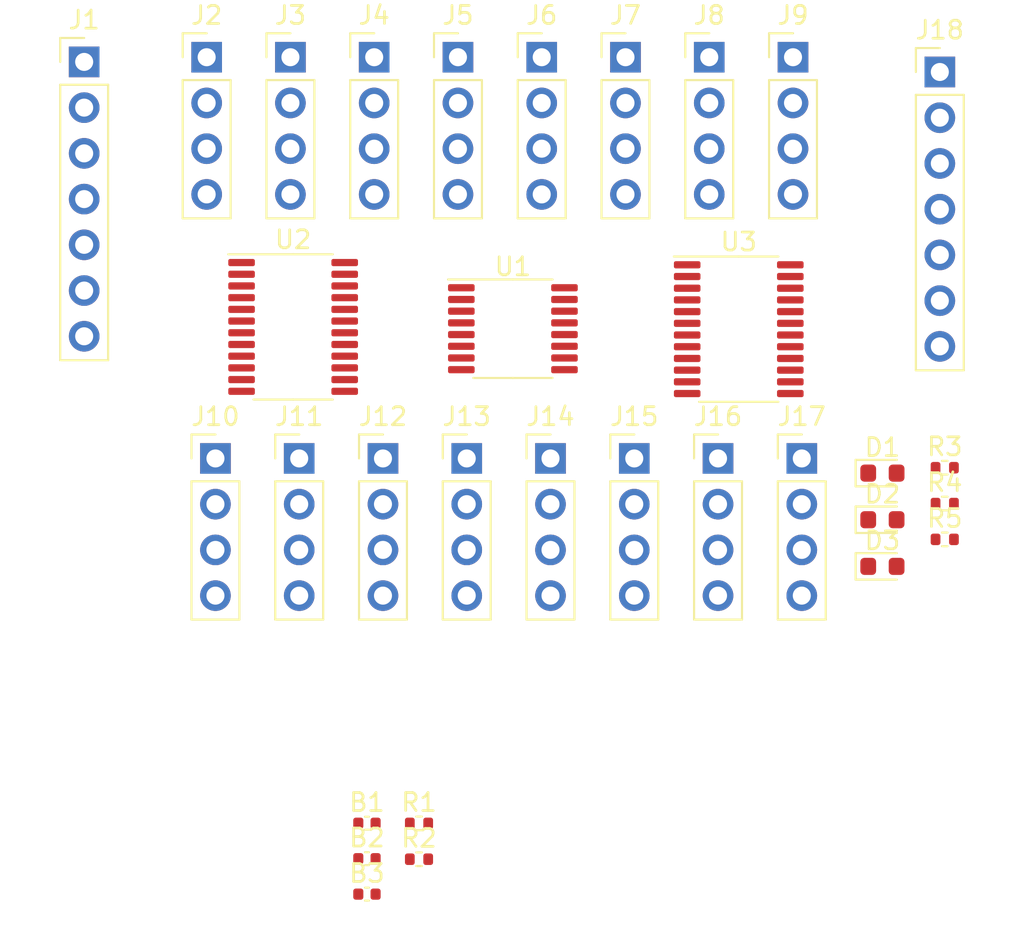
<source format=kicad_pcb>
(kicad_pcb (version 20221018) (generator pcbnew)
  (layers (0 "F.Cu" signal) (31 "B.Cu" signal) (34 "B.Paste" user) (35 "F.Paste" user) (36 "B.SilkS" user "B.Silkscreen") (37 "F.SilkS" user "F.Silkscreen") (38 "B.Mask" user) (39 "F.Mask" user) (44 "Edge.Cuts" user))
  (net 0 "")
  (net 1 "GND")
  (net 2 "/SD0B")
  (net 3 "/SB0B")
  (net 4 "/SD0A")
  (net 5 "/SB0A")
  (net 6 "/SD1B")
  (net 7 "/SB1B")
  (net 8 "/SD1A")
  (net 9 "/SB1A")
  (net 10 "/SD2B")
  (net 11 "/SB2B")
  (net 12 "/SD2A")
  (net 13 "/SB2A")
  (net 14 "/SD3B")
  (net 15 "/SB3B")
  (net 16 "/SD3A")
  (net 17 "/SB3A")
  (net 18 "/SD4B")
  (net 19 "/SB4B")
  (net 20 "/SD4A")
  (net 21 "/SB4A")
  (net 22 "/SD5B")
  (net 23 "/SB5B")
  (net 24 "/SD5A")
  (net 25 "/SB5A")
  (net 26 "/SD6B")
  (net 27 "/SB6B")
  (net 28 "/SD6A")
  (net 29 "/SB6A")
  (net 30 "/SD7B")
  (net 31 "/SB7B")
  (net 32 "/SD7A")
  (net 33 "/SB7A")
  (net 34 "/SOUT")
  (net 35 "/SIN")
  (net 36 "Net-(U1-QB)")
  (net 37 "Net-(U1-QC)")
  (net 38 "Net-(U1-QE)")
  (net 39 "Net-(U1-QF)")
  (net 40 "Net-(U1-QG)")
  (net 41 "Net-(U1-QA)")
  (net 42 "/VCC")
  (net 43 "/CLK")
  (net 44 "/RCLK")
  (net 45 "/SCL")
  (net 46 "/SDA")
  (net 47 "Net-(D1-K)")
  (net 48 "Net-(D2-K)")
  (net 49 "/ENA")
  (net 50 "Net-(D3-K)")
  (net 51 "/ENB")
  (footprint "LED_SMD:LED_0603_1608Metric" (layer "F.Cu") (at 82.1125 44.3)
    (fp_text reference "D3" (at 0 -1.43) (layer "F.SilkS"))
    (fp_text value "LED")
    (fp_line (start -1.485 -0.735) (end -1.485 0.735) (stroke (width 0.12)) (layer "F.SilkS"))
    (fp_line (start -1.485 0.735) (end 0.8 0.735) (stroke (width 0.12)) (layer "F.SilkS"))
    (fp_line (start 0.8 -0.735) (end -1.485 -0.735) (stroke (width 0.12)) (layer "F.SilkS"))
    (pad "1" smd roundrect (at -0.7875 0) (size 0.875 0.95) (layers "F.Cu" "F.Paste" "F.Mask") (net 50 "Net-(D3-K)"))
    (pad "2" smd roundrect (at 0.7875 0) (size 0.875 0.95) (layers "F.Cu" "F.Paste" "F.Mask") (net 51 "/ENB"))
  )
  (footprint "LED_SMD:LED_0603_1608Metric" (layer "F.Cu") (at 82.1125 39.12)
    (fp_text reference "D1" (at 0 -1.43) (layer "F.SilkS"))
    (fp_text value "LED")
    (fp_line (start -1.485 -0.735) (end -1.485 0.735) (stroke (width 0.12)) (layer "F.SilkS"))
    (fp_line (start -1.485 0.735) (end 0.8 0.735) (stroke (width 0.12)) (layer "F.SilkS"))
    (fp_line (start 0.8 -0.735) (end -1.485 -0.735) (stroke (width 0.12)) (layer "F.SilkS"))
    (pad "1" smd roundrect (at -0.7875 0) (size 0.875 0.95) (layers "F.Cu" "F.Paste" "F.Mask") (net 47 "Net-(D1-K)"))
    (pad "2" smd roundrect (at 0.7875 0) (size 0.875 0.95) (layers "F.Cu" "F.Paste" "F.Mask") (net 42 "/VCC"))
  )
  (footprint "Connector_PinHeader_2.54mm:PinHeader_1x04_P2.54mm_Vertical" (layer "F.Cu") (at 53.9 16.02)
    (fp_text reference "J4" (at 0 -2.33) (layer "F.SilkS"))
    (fp_text value "Bonn_01x04")
    (fp_line (start -1.33 -1.33) (end 0 -1.33) (stroke (width 0.12)) (layer "F.SilkS"))
    (fp_line (start -1.33 0) (end -1.33 -1.33) (stroke (width 0.12)) (layer "F.SilkS"))
    (fp_line (start -1.33 1.27) (end -1.33 8.95) (stroke (width 0.12)) (layer "F.SilkS"))
    (fp_line (start -1.33 1.27) (end 1.33 1.27) (stroke (width 0.12)) (layer "F.SilkS"))
    (fp_line (start -1.33 8.95) (end 1.33 8.95) (stroke (width 0.12)) (layer "F.SilkS"))
    (fp_line (start 1.33 1.27) (end 1.33 8.95) (stroke (width 0.12)) (layer "F.SilkS"))
    (pad "1" thru_hole rect (at 0 0) (size 1.7 1.7) (drill 1) (layers "*.Cu" "*.Mask") (net 42 "/VCC"))
    (pad "2" thru_hole oval (at 0 2.54) (size 1.7 1.7) (drill 1) (layers "*.Cu" "*.Mask") (net 1 "GND"))
    (pad "3" thru_hole oval (at 0 5.08) (size 1.7 1.7) (drill 1) (layers "*.Cu" "*.Mask") (net 12 "/SD2A"))
    (pad "4" thru_hole oval (at 0 7.62) (size 1.7 1.7) (drill 1) (layers "*.Cu" "*.Mask") (net 13 "/SB2A"))
  )
  (footprint "Package_SO:TSSOP-24_4.4x7.8mm_P0.65mm" (layer "F.Cu") (at 49.4 31)
    (fp_text reference "U2" (at 0 -4.85) (layer "F.SilkS"))
    (fp_text value "TBB9548BPWR")
    (fp_line (start 0 -4.035) (end -3.6 -4.035) (stroke (width 0.12)) (layer "F.SilkS"))
    (fp_line (start 0 -4.035) (end 2.2 -4.035) (stroke (width 0.12)) (layer "F.SilkS"))
    (fp_line (start 0 4.035) (end -2.2 4.035) (stroke (width 0.12)) (layer "F.SilkS"))
    (fp_line (start 0 4.035) (end 2.2 4.035) (stroke (width 0.12)) (layer "F.SilkS"))
    (pad "1" smd roundrect (at -2.8625 -3.575) (size 1.475 0.4) (layers "F.Cu" "F.Paste" "F.Mask") (net 37 "Net-(U1-QC)"))
    (pad "2" smd roundrect (at -2.8625 -2.925) (size 1.475 0.4) (layers "F.Cu" "F.Paste" "F.Mask") (net 36 "Net-(U1-QB)"))
    (pad "3" smd roundrect (at -2.8625 -2.275) (size 1.475 0.4) (layers "F.Cu" "F.Paste" "F.Mask") (net 51 "/ENB"))
    (pad "4" smd roundrect (at -2.8625 -1.625) (size 1.475 0.4) (layers "F.Cu" "F.Paste" "F.Mask") (net 2 "/SD0B"))
    (pad "5" smd roundrect (at -2.8625 -0.975) (size 1.475 0.4) (layers "F.Cu" "F.Paste" "F.Mask") (net 3 "/SB0B"))
    (pad "6" smd roundrect (at -2.8625 -0.325) (size 1.475 0.4) (layers "F.Cu" "F.Paste" "F.Mask") (net 6 "/SD1B"))
    (pad "7" smd roundrect (at -2.8625 0.325) (size 1.475 0.4) (layers "F.Cu" "F.Paste" "F.Mask") (net 7 "/SB1B"))
    (pad "8" smd roundrect (at -2.8625 0.975) (size 1.475 0.4) (layers "F.Cu" "F.Paste" "F.Mask") (net 10 "/SD2B"))
    (pad "9" smd roundrect (at -2.8625 1.625) (size 1.475 0.4) (layers "F.Cu" "F.Paste" "F.Mask") (net 11 "/SB2B"))
    (pad "10" smd roundrect (at -2.8625 2.275) (size 1.475 0.4) (layers "F.Cu" "F.Paste" "F.Mask") (net 14 "/SD3B"))
    (pad "11" smd roundrect (at -2.8625 2.925) (size 1.475 0.4) (layers "F.Cu" "F.Paste" "F.Mask") (net 15 "/SB3B"))
    (pad "12" smd roundrect (at -2.8625 3.575) (size 1.475 0.4) (layers "F.Cu" "F.Paste" "F.Mask") (net 1 "GND"))
    (pad "13" smd roundrect (at 2.8625 3.575) (size 1.475 0.4) (layers "F.Cu" "F.Paste" "F.Mask") (net 18 "/SD4B"))
    (pad "14" smd roundrect (at 2.8625 2.925) (size 1.475 0.4) (layers "F.Cu" "F.Paste" "F.Mask") (net 19 "/SB4B"))
    (pad "15" smd roundrect (at 2.8625 2.275) (size 1.475 0.4) (layers "F.Cu" "F.Paste" "F.Mask") (net 22 "/SD5B"))
    (pad "16" smd roundrect (at 2.8625 1.625) (size 1.475 0.4) (layers "F.Cu" "F.Paste" "F.Mask") (net 23 "/SB5B"))
    (pad "17" smd roundrect (at 2.8625 0.975) (size 1.475 0.4) (layers "F.Cu" "F.Paste" "F.Mask") (net 26 "/SD6B"))
    (pad "18" smd roundrect (at 2.8625 0.325) (size 1.475 0.4) (layers "F.Cu" "F.Paste" "F.Mask") (net 27 "/SB6B"))
    (pad "19" smd roundrect (at 2.8625 -0.325) (size 1.475 0.4) (layers "F.Cu" "F.Paste" "F.Mask") (net 30 "/SD7B"))
    (pad "20" smd roundrect (at 2.8625 -0.975) (size 1.475 0.4) (layers "F.Cu" "F.Paste" "F.Mask") (net 31 "/SB7B"))
    (pad "21" smd roundrect (at 2.8625 -1.625) (size 1.475 0.4) (layers "F.Cu" "F.Paste" "F.Mask") (net 41 "Net-(U1-QA)"))
    (pad "22" smd roundrect (at 2.8625 -2.275) (size 1.475 0.4) (layers "F.Cu" "F.Paste" "F.Mask") (net 45 "/SCL"))
    (pad "23" smd roundrect (at 2.8625 -2.925) (size 1.475 0.4) (layers "F.Cu" "F.Paste" "F.Mask") (net 46 "/SDA"))
    (pad "24" smd roundrect (at 2.8625 -3.575) (size 1.475 0.4) (layers "F.Cu" "F.Paste" "F.Mask") (net 42 "/VCC"))
  )
  (footprint "Connector_PinHeader_2.54mm:PinHeader_1x04_P2.54mm_Vertical" (layer "F.Cu") (at 68.3375 38.305)
    (fp_text reference "J15" (at 0 -2.33) (layer "F.SilkS"))
    (fp_text value "Bonn_01x04")
    (fp_line (start -1.33 -1.33) (end 0 -1.33) (stroke (width 0.12)) (layer "F.SilkS"))
    (fp_line (start -1.33 0) (end -1.33 -1.33) (stroke (width 0.12)) (layer "F.SilkS"))
    (fp_line (start -1.33 1.27) (end -1.33 8.95) (stroke (width 0.12)) (layer "F.SilkS"))
    (fp_line (start -1.33 1.27) (end 1.33 1.27) (stroke (width 0.12)) (layer "F.SilkS"))
    (fp_line (start -1.33 8.95) (end 1.33 8.95) (stroke (width 0.12)) (layer "F.SilkS"))
    (fp_line (start 1.33 1.27) (end 1.33 8.95) (stroke (width 0.12)) (layer "F.SilkS"))
    (pad "1" thru_hole rect (at 0 0) (size 1.7 1.7) (drill 1) (layers "*.Cu" "*.Mask") (net 42 "/VCC"))
    (pad "2" thru_hole oval (at 0 2.54) (size 1.7 1.7) (drill 1) (layers "*.Cu" "*.Mask") (net 1 "GND"))
    (pad "3" thru_hole oval (at 0 5.08) (size 1.7 1.7) (drill 1) (layers "*.Cu" "*.Mask") (net 22 "/SD5B"))
    (pad "4" thru_hole oval (at 0 7.62) (size 1.7 1.7) (drill 1) (layers "*.Cu" "*.Mask") (net 23 "/SB5B"))
  )
  (footprint "Resistor_SMD:R_0402_1005Metric" (layer "F.Cu") (at 85.5725 38.82)
    (fp_text reference "R3" (at 0 -1.17) (layer "F.SilkS"))
    (fp_text value "500")
    (fp_line (start -0.153641 -0.38) (end 0.153641 -0.38) (stroke (width 0.12)) (layer "F.SilkS"))
    (fp_line (start -0.153641 0.38) (end 0.153641 0.38) (stroke (width 0.12)) (layer "F.SilkS"))
    (pad "1" smd roundrect (at -0.51 0) (size 0.54 0.64) (layers "F.Cu" "F.Paste" "F.Mask") (net 47 "Net-(D1-K)"))
    (pad "2" smd roundrect (at 0.51 0) (size 0.54 0.64) (layers "F.Cu" "F.Paste" "F.Mask") (net 1 "GND"))
  )
  (footprint "Connector_PinHeader_2.54mm:PinHeader_1x04_P2.54mm_Vertical" (layer "F.Cu") (at 72.5 16.02)
    (fp_text reference "J8" (at 0 -2.33) (layer "F.SilkS"))
    (fp_text value "Bonn_01x04")
    (fp_line (start -1.33 -1.33) (end 0 -1.33) (stroke (width 0.12)) (layer "F.SilkS"))
    (fp_line (start -1.33 0) (end -1.33 -1.33) (stroke (width 0.12)) (layer "F.SilkS"))
    (fp_line (start -1.33 1.27) (end -1.33 8.95) (stroke (width 0.12)) (layer "F.SilkS"))
    (fp_line (start -1.33 1.27) (end 1.33 1.27) (stroke (width 0.12)) (layer "F.SilkS"))
    (fp_line (start -1.33 8.95) (end 1.33 8.95) (stroke (width 0.12)) (layer "F.SilkS"))
    (fp_line (start 1.33 1.27) (end 1.33 8.95) (stroke (width 0.12)) (layer "F.SilkS"))
    (pad "1" thru_hole rect (at 0 0) (size 1.7 1.7) (drill 1) (layers "*.Cu" "*.Mask") (net 42 "/VCC"))
    (pad "2" thru_hole oval (at 0 2.54) (size 1.7 1.7) (drill 1) (layers "*.Cu" "*.Mask") (net 1 "GND"))
    (pad "3" thru_hole oval (at 0 5.08) (size 1.7 1.7) (drill 1) (layers "*.Cu" "*.Mask") (net 28 "/SD6A"))
    (pad "4" thru_hole oval (at 0 7.62) (size 1.7 1.7) (drill 1) (layers "*.Cu" "*.Mask") (net 29 "/SB6A"))
  )
  (footprint "Resistor_SMD:R_0402_1005Metric" (layer "F.Cu") (at 85.5725 42.8)
    (fp_text reference "R5" (at 0 -1.17) (layer "F.SilkS"))
    (fp_text value "500")
    (fp_line (start -0.153641 -0.38) (end 0.153641 -0.38) (stroke (width 0.12)) (layer "F.SilkS"))
    (fp_line (start -0.153641 0.38) (end 0.153641 0.38) (stroke (width 0.12)) (layer "F.SilkS"))
    (pad "1" smd roundrect (at -0.51 0) (size 0.54 0.64) (layers "F.Cu" "F.Paste" "F.Mask") (net 50 "Net-(D3-K)"))
    (pad "2" smd roundrect (at 0.51 0) (size 0.54 0.64) (layers "F.Cu" "F.Paste" "F.Mask") (net 1 "GND"))
  )
  (footprint "Connector_PinHeader_2.54mm:PinHeader_1x04_P2.54mm_Vertical" (layer "F.Cu") (at 49.7375 38.305)
    (fp_text reference "J11" (at 0 -2.33) (layer "F.SilkS"))
    (fp_text value "Bonn_01x04")
    (fp_line (start -1.33 -1.33) (end 0 -1.33) (stroke (width 0.12)) (layer "F.SilkS"))
    (fp_line (start -1.33 0) (end -1.33 -1.33) (stroke (width 0.12)) (layer "F.SilkS"))
    (fp_line (start -1.33 1.27) (end -1.33 8.95) (stroke (width 0.12)) (layer "F.SilkS"))
    (fp_line (start -1.33 1.27) (end 1.33 1.27) (stroke (width 0.12)) (layer "F.SilkS"))
    (fp_line (start -1.33 8.95) (end 1.33 8.95) (stroke (width 0.12)) (layer "F.SilkS"))
    (fp_line (start 1.33 1.27) (end 1.33 8.95) (stroke (width 0.12)) (layer "F.SilkS"))
    (pad "1" thru_hole rect (at 0 0) (size 1.7 1.7) (drill 1) (layers "*.Cu" "*.Mask") (net 42 "/VCC"))
    (pad "2" thru_hole oval (at 0 2.54) (size 1.7 1.7) (drill 1) (layers "*.Cu" "*.Mask") (net 1 "GND"))
    (pad "3" thru_hole oval (at 0 5.08) (size 1.7 1.7) (drill 1) (layers "*.Cu" "*.Mask") (net 6 "/SD1B"))
    (pad "4" thru_hole oval (at 0 7.62) (size 1.7 1.7) (drill 1) (layers "*.Cu" "*.Mask") (net 7 "/SB1B"))
  )
  (footprint "Resistor_SMD:R_0402_1005Metric" (layer "F.Cu") (at 56.3875 60.565)
    (fp_text reference "R2" (at 0 -1.17) (layer "F.SilkS"))
    (fp_text value "1.2K")
    (fp_line (start -0.153641 -0.38) (end 0.153641 -0.38) (stroke (width 0.12)) (layer "F.SilkS"))
    (fp_line (start -0.153641 0.38) (end 0.153641 0.38) (stroke (width 0.12)) (layer "F.SilkS"))
    (pad "1" smd roundrect (at -0.51 0) (size 0.54 0.64) (layers "F.Cu" "F.Paste" "F.Mask") (net 45 "/SCL"))
    (pad "2" smd roundrect (at 0.51 0) (size 0.54 0.64) (layers "F.Cu" "F.Paste" "F.Mask") (net 42 "/VCC"))
  )
  (footprint "Connector_PinHeader_2.54mm:PinHeader_1x04_P2.54mm_Vertical" (layer "F.Cu") (at 58.55 16.02)
    (fp_text reference "J5" (at 0 -2.33) (layer "F.SilkS"))
    (fp_text value "Bonn_01x04")
    (fp_line (start -1.33 -1.33) (end 0 -1.33) (stroke (width 0.12)) (layer "F.SilkS"))
    (fp_line (start -1.33 0) (end -1.33 -1.33) (stroke (width 0.12)) (layer "F.SilkS"))
    (fp_line (start -1.33 1.27) (end -1.33 8.95) (stroke (width 0.12)) (layer "F.SilkS"))
    (fp_line (start -1.33 1.27) (end 1.33 1.27) (stroke (width 0.12)) (layer "F.SilkS"))
    (fp_line (start -1.33 8.95) (end 1.33 8.95) (stroke (width 0.12)) (layer "F.SilkS"))
    (fp_line (start 1.33 1.27) (end 1.33 8.95) (stroke (width 0.12)) (layer "F.SilkS"))
    (pad "1" thru_hole rect (at 0 0) (size 1.7 1.7) (drill 1) (layers "*.Cu" "*.Mask") (net 42 "/VCC"))
    (pad "2" thru_hole oval (at 0 2.54) (size 1.7 1.7) (drill 1) (layers "*.Cu" "*.Mask") (net 1 "GND"))
    (pad "3" thru_hole oval (at 0 5.08) (size 1.7 1.7) (drill 1) (layers "*.Cu" "*.Mask") (net 16 "/SD3A"))
    (pad "4" thru_hole oval (at 0 7.62) (size 1.7 1.7) (drill 1) (layers "*.Cu" "*.Mask") (net 17 "/SB3A"))
  )
  (footprint "Connector_PinHeader_2.54mm:PinHeader_1x04_P2.54mm_Vertical" (layer "F.Cu") (at 44.6 16.02)
    (fp_text reference "J2" (at 0 -2.33) (layer "F.SilkS"))
    (fp_text value "Bonn_01x04")
    (fp_line (start -1.33 -1.33) (end 0 -1.33) (stroke (width 0.12)) (layer "F.SilkS"))
    (fp_line (start -1.33 0) (end -1.33 -1.33) (stroke (width 0.12)) (layer "F.SilkS"))
    (fp_line (start -1.33 1.27) (end -1.33 8.95) (stroke (width 0.12)) (layer "F.SilkS"))
    (fp_line (start -1.33 1.27) (end 1.33 1.27) (stroke (width 0.12)) (layer "F.SilkS"))
    (fp_line (start -1.33 8.95) (end 1.33 8.95) (stroke (width 0.12)) (layer "F.SilkS"))
    (fp_line (start 1.33 1.27) (end 1.33 8.95) (stroke (width 0.12)) (layer "F.SilkS"))
    (pad "1" thru_hole rect (at 0 0) (size 1.7 1.7) (drill 1) (layers "*.Cu" "*.Mask") (net 42 "/VCC"))
    (pad "2" thru_hole oval (at 0 2.54) (size 1.7 1.7) (drill 1) (layers "*.Cu" "*.Mask") (net 1 "GND"))
    (pad "3" thru_hole oval (at 0 5.08) (size 1.7 1.7) (drill 1) (layers "*.Cu" "*.Mask") (net 4 "/SD0A"))
    (pad "4" thru_hole oval (at 0 7.62) (size 1.7 1.7) (drill 1) (layers "*.Cu" "*.Mask") (net 5 "/SB0A"))
  )
  (footprint "Connector_PinHeader_2.54mm:PinHeader_1x04_P2.54mm_Vertical" (layer "F.Cu") (at 67.85 16.02)
    (fp_text reference "J7" (at 0 -2.33) (layer "F.SilkS"))
    (fp_text value "Bonn_01x04")
    (fp_line (start -1.33 -1.33) (end 0 -1.33) (stroke (width 0.12)) (layer "F.SilkS"))
    (fp_line (start -1.33 0) (end -1.33 -1.33) (stroke (width 0.12)) (layer "F.SilkS"))
    (fp_line (start -1.33 1.27) (end -1.33 8.95) (stroke (width 0.12)) (layer "F.SilkS"))
    (fp_line (start -1.33 1.27) (end 1.33 1.27) (stroke (width 0.12)) (layer "F.SilkS"))
    (fp_line (start -1.33 8.95) (end 1.33 8.95) (stroke (width 0.12)) (layer "F.SilkS"))
    (fp_line (start 1.33 1.27) (end 1.33 8.95) (stroke (width 0.12)) (layer "F.SilkS"))
    (pad "1" thru_hole rect (at 0 0) (size 1.7 1.7) (drill 1) (layers "*.Cu" "*.Mask") (net 42 "/VCC"))
    (pad "2" thru_hole oval (at 0 2.54) (size 1.7 1.7) (drill 1) (layers "*.Cu" "*.Mask") (net 1 "GND"))
    (pad "3" thru_hole oval (at 0 5.08) (size 1.7 1.7) (drill 1) (layers "*.Cu" "*.Mask") (net 24 "/SD5A"))
    (pad "4" thru_hole oval (at 0 7.62) (size 1.7 1.7) (drill 1) (layers "*.Cu" "*.Mask") (net 25 "/SB5A"))
  )
  (footprint "Connector_PinHeader_2.54mm:PinHeader_1x04_P2.54mm_Vertical" (layer "F.Cu") (at 63.6875 38.305)
    (fp_text reference "J14" (at 0 -2.33) (layer "F.SilkS"))
    (fp_text value "Bonn_01x04")
    (fp_line (start -1.33 -1.33) (end 0 -1.33) (stroke (width 0.12)) (layer "F.SilkS"))
    (fp_line (start -1.33 0) (end -1.33 -1.33) (stroke (width 0.12)) (layer "F.SilkS"))
    (fp_line (start -1.33 1.27) (end -1.33 8.95) (stroke (width 0.12)) (layer "F.SilkS"))
    (fp_line (start -1.33 1.27) (end 1.33 1.27) (stroke (width 0.12)) (layer "F.SilkS"))
    (fp_line (start -1.33 8.95) (end 1.33 8.95) (stroke (width 0.12)) (layer "F.SilkS"))
    (fp_line (start 1.33 1.27) (end 1.33 8.95) (stroke (width 0.12)) (layer "F.SilkS"))
    (pad "1" thru_hole rect (at 0 0) (size 1.7 1.7) (drill 1) (layers "*.Cu" "*.Mask") (net 42 "/VCC"))
    (pad "2" thru_hole oval (at 0 2.54) (size 1.7 1.7) (drill 1) (layers "*.Cu" "*.Mask") (net 1 "GND"))
    (pad "3" thru_hole oval (at 0 5.08) (size 1.7 1.7) (drill 1) (layers "*.Cu" "*.Mask") (net 18 "/SD4B"))
    (pad "4" thru_hole oval (at 0 7.62) (size 1.7 1.7) (drill 1) (layers "*.Cu" "*.Mask") (net 19 "/SB4B"))
  )
  (footprint "Connector_PinHeader_2.54mm:PinHeader_1x04_P2.54mm_Vertical" (layer "F.Cu") (at 72.9875 38.305)
    (fp_text reference "J16" (at 0 -2.33) (layer "F.SilkS"))
    (fp_text value "Bonn_01x04")
    (fp_line (start -1.33 -1.33) (end 0 -1.33) (stroke (width 0.12)) (layer "F.SilkS"))
    (fp_line (start -1.33 0) (end -1.33 -1.33) (stroke (width 0.12)) (layer "F.SilkS"))
    (fp_line (start -1.33 1.27) (end -1.33 8.95) (stroke (width 0.12)) (layer "F.SilkS"))
    (fp_line (start -1.33 1.27) (end 1.33 1.27) (stroke (width 0.12)) (layer "F.SilkS"))
    (fp_line (start -1.33 8.95) (end 1.33 8.95) (stroke (width 0.12)) (layer "F.SilkS"))
    (fp_line (start 1.33 1.27) (end 1.33 8.95) (stroke (width 0.12)) (layer "F.SilkS"))
    (pad "1" thru_hole rect (at 0 0) (size 1.7 1.7) (drill 1) (layers "*.Cu" "*.Mask") (net 42 "/VCC"))
    (pad "2" thru_hole oval (at 0 2.54) (size 1.7 1.7) (drill 1) (layers "*.Cu" "*.Mask") (net 1 "GND"))
    (pad "3" thru_hole oval (at 0 5.08) (size 1.7 1.7) (drill 1) (layers "*.Cu" "*.Mask") (net 26 "/SD6B"))
    (pad "4" thru_hole oval (at 0 7.62) (size 1.7 1.7) (drill 1) (layers "*.Cu" "*.Mask") (net 27 "/SB6B"))
  )
  (footprint "Resistor_SMD:R_0402_1005Metric" (layer "F.Cu") (at 85.5725 40.81)
    (fp_text reference "R4" (at 0 -1.17) (layer "F.SilkS"))
    (fp_text value "500")
    (fp_line (start -0.153641 -0.38) (end 0.153641 -0.38) (stroke (width 0.12)) (layer "F.SilkS"))
    (fp_line (start -0.153641 0.38) (end 0.153641 0.38) (stroke (width 0.12)) (layer "F.SilkS"))
    (pad "1" smd roundrect (at -0.51 0) (size 0.54 0.64) (layers "F.Cu" "F.Paste" "F.Mask") (net 48 "Net-(D2-K)"))
    (pad "2" smd roundrect (at 0.51 0) (size 0.54 0.64) (layers "F.Cu" "F.Paste" "F.Mask") (net 1 "GND"))
  )
  (footprint "Capacitor_SMD:C_0402_1005Metric" (layer "F.Cu") (at 53.4975 58.565)
    (fp_text reference "B1" (at 0 -1.16) (layer "F.SilkS"))
    (fp_text value "0.1u")
    (fp_line (start -0.107836 -0.36) (end 0.107836 -0.36) (stroke (width 0.12)) (layer "F.SilkS"))
    (fp_line (start -0.107836 0.36) (end 0.107836 0.36) (stroke (width 0.12)) (layer "F.SilkS"))
    (pad "1" smd roundrect (at -0.48 0) (size 0.56 0.62) (layers "F.Cu" "F.Paste" "F.Mask") (net 1 "GND"))
    (pad "2" smd roundrect (at 0.48 0) (size 0.56 0.62) (layers "F.Cu" "F.Paste" "F.Mask") (net 42 "/VCC"))
  )
  (footprint "Resistor_SMD:R_0402_1005Metric" (layer "F.Cu") (at 56.3875 58.575)
    (fp_text reference "R1" (at 0 -1.17) (layer "F.SilkS"))
    (fp_text value "1.2K")
    (fp_line (start -0.153641 -0.38) (end 0.153641 -0.38) (stroke (width 0.12)) (layer "F.SilkS"))
    (fp_line (start -0.153641 0.38) (end 0.153641 0.38) (stroke (width 0.12)) (layer "F.SilkS"))
    (pad "1" smd roundrect (at -0.51 0) (size 0.54 0.64) (layers "F.Cu" "F.Paste" "F.Mask") (net 46 "/SDA"))
    (pad "2" smd roundrect (at 0.51 0) (size 0.54 0.64) (layers "F.Cu" "F.Paste" "F.Mask") (net 42 "/VCC"))
  )
  (footprint "Capacitor_SMD:C_0402_1005Metric" (layer "F.Cu") (at 53.4975 62.505)
    (fp_text reference "B3" (at 0 -1.16) (layer "F.SilkS"))
    (fp_text value "0.1u")
    (fp_line (start -0.107836 -0.36) (end 0.107836 -0.36) (stroke (width 0.12)) (layer "F.SilkS"))
    (fp_line (start -0.107836 0.36) (end 0.107836 0.36) (stroke (width 0.12)) (layer "F.SilkS"))
    (pad "1" smd roundrect (at -0.48 0) (size 0.56 0.62) (layers "F.Cu" "F.Paste" "F.Mask") (net 1 "GND"))
    (pad "2" smd roundrect (at 0.48 0) (size 0.56 0.62) (layers "F.Cu" "F.Paste" "F.Mask") (net 42 "/VCC"))
  )
  (footprint "Package_SO:TSSOP-16_4.4x5mm_P0.65mm" (layer "F.Cu") (at 61.6 31.1)
    (fp_text reference "U1" (at 0 -3.45) (layer "F.SilkS"))
    (fp_text value "74HB595")
    (fp_line (start 0 -2.735) (end -3.6 -2.735) (stroke (width 0.12)) (layer "F.SilkS"))
    (fp_line (start 0 -2.735) (end 2.2 -2.735) (stroke (width 0.12)) (layer "F.SilkS"))
    (fp_line (start 0 2.735) (end -2.2 2.735) (stroke (width 0.12)) (layer "F.SilkS"))
    (fp_line (start 0 2.735) (end 2.2 2.735) (stroke (width 0.12)) (layer "F.SilkS"))
    (pad "1" smd roundrect (at -2.8625 -2.275) (size 1.475 0.4) (layers "F.Cu" "F.Paste" "F.Mask") (net 36 "Net-(U1-QB)"))
    (pad "2" smd roundrect (at -2.8625 -1.625) (size 1.475 0.4) (layers "F.Cu" "F.Paste" "F.Mask") (net 37 "Net-(U1-QC)"))
    (pad "3" smd roundrect (at -2.8625 -0.975) (size 1.475 0.4) (layers "F.Cu" "F.Paste" "F.Mask") (net 51 "/ENB"))
    (pad "4" smd roundrect (at -2.8625 -0.325) (size 1.475 0.4) (layers "F.Cu" "F.Paste" "F.Mask") (net 38 "Net-(U1-QE)"))
    (pad "5" smd roundrect (at -2.8625 0.325) (size 1.475 0.4) (layers "F.Cu" "F.Paste" "F.Mask") (net 39 "Net-(U1-QF)"))
    (pad "6" smd roundrect (at -2.8625 0.975) (size 1.475 0.4) (layers "F.Cu" "F.Paste" "F.Mask") (net 40 "Net-(U1-QG)"))
    (pad "7" smd roundrect (at -2.8625 1.625) (size 1.475 0.4) (layers "F.Cu" "F.Paste" "F.Mask") (net 49 "/ENA"))
    (pad "8" smd roundrect (at -2.8625 2.275) (size 1.475 0.4) (layers "F.Cu" "F.Paste" "F.Mask") (net 1 "GND"))
    (pad "9" smd roundrect (at 2.8625 2.275) (size 1.475 0.4) (layers "F.Cu" "F.Paste" "F.Mask") (net 34 "/SOUT"))
    (pad "10" smd roundrect (at 2.8625 1.625) (size 1.475 0.4) (layers "F.Cu" "F.Paste" "F.Mask") (net 42 "/VCC"))
    (pad "11" smd roundrect (at 2.8625 0.975) (size 1.475 0.4) (layers "F.Cu" "F.Paste" "F.Mask") (net 43 "/CLK"))
    (pad "12" smd roundrect (at 2.8625 0.325) (size 1.475 0.4) (layers "F.Cu" "F.Paste" "F.Mask") (net 44 "/RCLK"))
    (pad "13" smd roundrect (at 2.8625 -0.325) (size 1.475 0.4) (layers "F.Cu" "F.Paste" "F.Mask") (net 1 "GND"))
    (pad "14" smd roundrect (at 2.8625 -0.975) (size 1.475 0.4) (layers "F.Cu" "F.Paste" "F.Mask") (net 35 "/SIN"))
    (pad "15" smd roundrect (at 2.8625 -1.625) (size 1.475 0.4) (layers "F.Cu" "F.Paste" "F.Mask") (net 41 "Net-(U1-QA)"))
    (pad "16" smd roundrect (at 2.8625 -2.275) (size 1.475 0.4) (layers "F.Cu" "F.Paste" "F.Mask") (net 42 "/VCC"))
  )
  (footprint "Connector_PinHeader_2.54mm:PinHeader_1x04_P2.54mm_Vertical" (layer "F.Cu") (at 59.0375 38.305)
    (fp_text reference "J13" (at 0 -2.33) (layer "F.SilkS"))
    (fp_text value "Bonn_01x04")
    (fp_line (start -1.33 -1.33) (end 0 -1.33) (stroke (width 0.12)) (layer "F.SilkS"))
    (fp_line (start -1.33 0) (end -1.33 -1.33) (stroke (width 0.12)) (layer "F.SilkS"))
    (fp_line (start -1.33 1.27) (end -1.33 8.95) (stroke (width 0.12)) (layer "F.SilkS"))
    (fp_line (start -1.33 1.27) (end 1.33 1.27) (stroke (width 0.12)) (layer "F.SilkS"))
    (fp_line (start -1.33 8.95) (end 1.33 8.95) (stroke (width 0.12)) (layer "F.SilkS"))
    (fp_line (start 1.33 1.27) (end 1.33 8.95) (stroke (width 0.12)) (layer "F.SilkS"))
    (pad "1" thru_hole rect (at 0 0) (size 1.7 1.7) (drill 1) (layers "*.Cu" "*.Mask") (net 42 "/VCC"))
    (pad "2" thru_hole oval (at 0 2.54) (size 1.7 1.7) (drill 1) (layers "*.Cu" "*.Mask") (net 1 "GND"))
    (pad "3" thru_hole oval (at 0 5.08) (size 1.7 1.7) (drill 1) (layers "*.Cu" "*.Mask") (net 14 "/SD3B"))
    (pad "4" thru_hole oval (at 0 7.62) (size 1.7 1.7) (drill 1) (layers "*.Cu" "*.Mask") (net 15 "/SB3B"))
  )
  (footprint "Connector_PinHeader_2.54mm:PinHeader_1x04_P2.54mm_Vertical" (layer "F.Cu") (at 45.0875 38.305)
    (fp_text reference "J10" (at 0 -2.33) (layer "F.SilkS"))
    (fp_text value "Bonn_01x04")
    (fp_line (start -1.33 -1.33) (end 0 -1.33) (stroke (width 0.12)) (layer "F.SilkS"))
    (fp_line (start -1.33 0) (end -1.33 -1.33) (stroke (width 0.12)) (layer "F.SilkS"))
    (fp_line (start -1.33 1.27) (end -1.33 8.95) (stroke (width 0.12)) (layer "F.SilkS"))
    (fp_line (start -1.33 1.27) (end 1.33 1.27) (stroke (width 0.12)) (layer "F.SilkS"))
    (fp_line (start -1.33 8.95) (end 1.33 8.95) (stroke (width 0.12)) (layer "F.SilkS"))
    (fp_line (start 1.33 1.27) (end 1.33 8.95) (stroke (width 0.12)) (layer "F.SilkS"))
    (pad "1" thru_hole rect (at 0 0) (size 1.7 1.7) (drill 1) (layers "*.Cu" "*.Mask") (net 42 "/VCC"))
    (pad "2" thru_hole oval (at 0 2.54) (size 1.7 1.7) (drill 1) (layers "*.Cu" "*.Mask") (net 1 "GND"))
    (pad "3" thru_hole oval (at 0 5.08) (size 1.7 1.7) (drill 1) (layers "*.Cu" "*.Mask") (net 2 "/SD0B"))
    (pad "4" thru_hole oval (at 0 7.62) (size 1.7 1.7) (drill 1) (layers "*.Cu" "*.Mask") (net 3 "/SB0B"))
  )
  (footprint "Connector_PinHeader_2.54mm:PinHeader_1x04_P2.54mm_Vertical" (layer "F.Cu") (at 54.3875 38.305)
    (fp_text reference "J12" (at 0 -2.33) (layer "F.SilkS"))
    (fp_text value "Bonn_01x04")
    (fp_line (start -1.33 -1.33) (end 0 -1.33) (stroke (width 0.12)) (layer "F.SilkS"))
    (fp_line (start -1.33 0) (end -1.33 -1.33) (stroke (width 0.12)) (layer "F.SilkS"))
    (fp_line (start -1.33 1.27) (end -1.33 8.95) (stroke (width 0.12)) (layer "F.SilkS"))
    (fp_line (start -1.33 1.27) (end 1.33 1.27) (stroke (width 0.12)) (layer "F.SilkS"))
    (fp_line (start -1.33 8.95) (end 1.33 8.95) (stroke (width 0.12)) (layer "F.SilkS"))
    (fp_line (start 1.33 1.27) (end 1.33 8.95) (stroke (width 0.12)) (layer "F.SilkS"))
    (pad "1" thru_hole rect (at 0 0) (size 1.7 1.7) (drill 1) (layers "*.Cu" "*.Mask") (net 42 "/VCC"))
    (pad "2" thru_hole oval (at 0 2.54) (size 1.7 1.7) (drill 1) (layers "*.Cu" "*.Mask") (net 1 "GND"))
    (pad "3" thru_hole oval (at 0 5.08) (size 1.7 1.7) (drill 1) (layers "*.Cu" "*.Mask") (net 10 "/SD2B"))
    (pad "4" thru_hole oval (at 0 7.62) (size 1.7 1.7) (drill 1) (layers "*.Cu" "*.Mask") (net 11 "/SB2B"))
  )
  (footprint "LED_SMD:LED_0603_1608Metric" (layer "F.Cu") (at 82.1125 41.71)
    (fp_text reference "D2" (at 0 -1.43) (layer "F.SilkS"))
    (fp_text value "LED")
    (fp_line (start -1.485 -0.735) (end -1.485 0.735) (stroke (width 0.12)) (layer "F.SilkS"))
    (fp_line (start -1.485 0.735) (end 0.8 0.735) (stroke (width 0.12)) (layer "F.SilkS"))
    (fp_line (start 0.8 -0.735) (end -1.485 -0.735) (stroke (width 0.12)) (layer "F.SilkS"))
    (pad "1" smd roundrect (at -0.7875 0) (size 0.875 0.95) (layers "F.Cu" "F.Paste" "F.Mask") (net 48 "Net-(D2-K)"))
    (pad "2" smd roundrect (at 0.7875 0) (size 0.875 0.95) (layers "F.Cu" "F.Paste" "F.Mask") (net 49 "/ENA"))
  )
  (footprint "Connector_PinHeader_2.54mm:PinHeader_1x04_P2.54mm_Vertical" (layer "F.Cu") (at 49.25 16.02)
    (fp_text reference "J3" (at 0 -2.33) (layer "F.SilkS"))
    (fp_text value "Bonn_01x04")
    (fp_line (start -1.33 -1.33) (end 0 -1.33) (stroke (width 0.12)) (layer "F.SilkS"))
    (fp_line (start -1.33 0) (end -1.33 -1.33) (stroke (width 0.12)) (layer "F.SilkS"))
    (fp_line (start -1.33 1.27) (end -1.33 8.95) (stroke (width 0.12)) (layer "F.SilkS"))
    (fp_line (start -1.33 1.27) (end 1.33 1.27) (stroke (width 0.12)) (layer "F.SilkS"))
    (fp_line (start -1.33 8.95) (end 1.33 8.95) (stroke (width 0.12)) (layer "F.SilkS"))
    (fp_line (start 1.33 1.27) (end 1.33 8.95) (stroke (width 0.12)) (layer "F.SilkS"))
    (pad "1" thru_hole rect (at 0 0) (size 1.7 1.7) (drill 1) (layers "*.Cu" "*.Mask") (net 42 "/VCC"))
    (pad "2" thru_hole oval (at 0 2.54) (size 1.7 1.7) (drill 1) (layers "*.Cu" "*.Mask") (net 1 "GND"))
    (pad "3" thru_hole oval (at 0 5.08) (size 1.7 1.7) (drill 1) (layers "*.Cu" "*.Mask") (net 8 "/SD1A"))
    (pad "4" thru_hole oval (at 0 7.62) (size 1.7 1.7) (drill 1) (layers "*.Cu" "*.Mask") (net 9 "/SB1A"))
  )
  (footprint "Connector_PinHeader_2.54mm:PinHeader_1x04_P2.54mm_Vertical" (layer "F.Cu") (at 63.2 16.02)
    (fp_text reference "J6" (at 0 -2.33) (layer "F.SilkS"))
    (fp_text value "Bonn_01x04")
    (fp_line (start -1.33 -1.33) (end 0 -1.33) (stroke (width 0.12)) (layer "F.SilkS"))
    (fp_line (start -1.33 0) (end -1.33 -1.33) (stroke (width 0.12)) (layer "F.SilkS"))
    (fp_line (start -1.33 1.27) (end -1.33 8.95) (stroke (width 0.12)) (layer "F.SilkS"))
    (fp_line (start -1.33 1.27) (end 1.33 1.27) (stroke (width 0.12)) (layer "F.SilkS"))
    (fp_line (start -1.33 8.95) (end 1.33 8.95) (stroke (width 0.12)) (layer "F.SilkS"))
    (fp_line (start 1.33 1.27) (end 1.33 8.95) (stroke (width 0.12)) (layer "F.SilkS"))
    (pad "1" thru_hole rect (at 0 0) (size 1.7 1.7) (drill 1) (layers "*.Cu" "*.Mask") (net 42 "/VCC"))
    (pad "2" thru_hole oval (at 0 2.54) (size 1.7 1.7) (drill 1) (layers "*.Cu" "*.Mask") (net 1 "GND"))
    (pad "3" thru_hole oval (at 0 5.08) (size 1.7 1.7) (drill 1) (layers "*.Cu" "*.Mask") (net 20 "/SD4A"))
    (pad "4" thru_hole oval (at 0 7.62) (size 1.7 1.7) (drill 1) (layers "*.Cu" "*.Mask") (net 21 "/SB4A"))
  )
  (footprint "Connector_PinHeader_2.54mm:PinHeader_1x04_P2.54mm_Vertical" (layer "F.Cu") (at 77.6375 38.305)
    (fp_text reference "J17" (at 0 -2.33) (layer "F.SilkS"))
    (fp_text value "Bonn_01x04")
    (fp_line (start -1.33 -1.33) (end 0 -1.33) (stroke (width 0.12)) (layer "F.SilkS"))
    (fp_line (start -1.33 0) (end -1.33 -1.33) (stroke (width 0.12)) (layer "F.SilkS"))
    (fp_line (start -1.33 1.27) (end -1.33 8.95) (stroke (width 0.12)) (layer "F.SilkS"))
    (fp_line (start -1.33 1.27) (end 1.33 1.27) (stroke (width 0.12)) (layer "F.SilkS"))
    (fp_line (start -1.33 8.95) (end 1.33 8.95) (stroke (width 0.12)) (layer "F.SilkS"))
    (fp_line (start 1.33 1.27) (end 1.33 8.95) (stroke (width 0.12)) (layer "F.SilkS"))
    (pad "1" thru_hole rect (at 0 0) (size 1.7 1.7) (drill 1) (layers "*.Cu" "*.Mask") (net 42 "/VCC"))
    (pad "2" thru_hole oval (at 0 2.54) (size 1.7 1.7) (drill 1) (layers "*.Cu" "*.Mask") (net 1 "GND"))
    (pad "3" thru_hole oval (at 0 5.08) (size 1.7 1.7) (drill 1) (layers "*.Cu" "*.Mask") (net 30 "/SD7B"))
    (pad "4" thru_hole oval (at 0 7.62) (size 1.7 1.7) (drill 1) (layers "*.Cu" "*.Mask") (net 31 "/SB7B"))
  )
  (footprint "Connector_PinHeader_2.54mm:PinHeader_1x07_P2.54mm_Vertical" (layer "F.Cu") (at 37.8 16.28)
    (fp_text reference "J1" (at 0 -2.33) (layer "F.SilkS"))
    (fp_text value "Bonn_01x07")
    (fp_line (start -1.33 -1.33) (end 0 -1.33) (stroke (width 0.12)) (layer "F.SilkS"))
    (fp_line (start -1.33 0) (end -1.33 -1.33) (stroke (width 0.12)) (layer "F.SilkS"))
    (fp_line (start -1.33 1.27) (end -1.33 16.57) (stroke (width 0.12)) (layer "F.SilkS"))
    (fp_line (start -1.33 1.27) (end 1.33 1.27) (stroke (width 0.12)) (layer "F.SilkS"))
    (fp_line (start -1.33 16.57) (end 1.33 16.57) (stroke (width 0.12)) (layer "F.SilkS"))
    (fp_line (start 1.33 1.27) (end 1.33 16.57) (stroke (width 0.12)) (layer "F.SilkS"))
    (pad "1" thru_hole rect (at 0 0) (size 1.7 1.7) (drill 1) (layers "*.Cu" "*.Mask") (net 42 "/VCC"))
    (pad "2" thru_hole oval (at 0 2.54) (size 1.7 1.7) (drill 1) (layers "*.Cu" "*.Mask") (net 1 "GND"))
    (pad "3" thru_hole oval (at 0 5.08) (size 1.7 1.7) (drill 1) (layers "*.Cu" "*.Mask") (net 43 "/CLK"))
    (pad "4" thru_hole oval (at 0 7.62) (size 1.7 1.7) (drill 1) (layers "*.Cu" "*.Mask") (net 44 "/RCLK"))
    (pad "5" thru_hole oval (at 0 10.16) (size 1.7 1.7) (drill 1) (layers "*.Cu" "*.Mask") (net 35 "/SIN"))
    (pad "6" thru_hole oval (at 0 12.7) (size 1.7 1.7) (drill 1) (layers "*.Cu" "*.Mask") (net 45 "/SCL"))
    (pad "7" thru_hole oval (at 0 15.24) (size 1.7 1.7) (drill 1) (layers "*.Cu" "*.Mask") (net 46 "/SDA"))
  )
  (footprint "Package_SO:TSSOP-24_4.4x7.8mm_P0.65mm" (layer "F.Cu") (at 74.1375 31.125)
    (fp_text reference "U3" (at 0 -4.85) (layer "F.SilkS"))
    (fp_text value "TBB9548BPWR")
    (fp_line (start 0 -4.035) (end -3.6 -4.035) (stroke (width 0.12)) (layer "F.SilkS"))
    (fp_line (start 0 -4.035) (end 2.2 -4.035) (stroke (width 0.12)) (layer "F.SilkS"))
    (fp_line (start 0 4.035) (end -2.2 4.035) (stroke (width 0.12)) (layer "F.SilkS"))
    (fp_line (start 0 4.035) (end 2.2 4.035) (stroke (width 0.12)) (layer "F.SilkS"))
    (pad "1" smd roundrect (at -2.8625 -3.575) (size 1.475 0.4) (layers "F.Cu" "F.Paste" "F.Mask") (net 40 "Net-(U1-QG)"))
    (pad "2" smd roundrect (at -2.8625 -2.925) (size 1.475 0.4) (layers "F.Cu" "F.Paste" "F.Mask") (net 39 "Net-(U1-QF)"))
    (pad "3" smd roundrect (at -2.8625 -2.275) (size 1.475 0.4) (layers "F.Cu" "F.Paste" "F.Mask") (net 49 "/ENA"))
    (pad "4" smd roundrect (at -2.8625 -1.625) (size 1.475 0.4) (layers "F.Cu" "F.Paste" "F.Mask") (net 4 "/SD0A"))
    (pad "5" smd roundrect (at -2.8625 -0.975) (size 1.475 0.4) (layers "F.Cu" "F.Paste" "F.Mask") (net 5 "/SB0A"))
    (pad "6" smd roundrect (at -2.8625 -0.325) (size 1.475 0.4) (layers "F.Cu" "F.Paste" "F.Mask") (net 8 "/SD1A"))
    (pad "7" smd roundrect (at -2.8625 0.325) (size 1.475 0.4) (layers "F.Cu" "F.Paste" "F.Mask") (net 9 "/SB1A"))
    (pad "8" smd roundrect (at -2.8625 0.975) (size 1.475 0.4) (layers "F.Cu" "F.Paste" "F.Mask") (net 12 "/SD2A"))
    (pad "9" smd roundrect (at -2.8625 1.625) (size 1.475 0.4) (layers "F.Cu" "F.Paste" "F.Mask") (net 13 "/SB2A"))
    (pad "10" smd roundrect (at -2.8625 2.275) (size 1.475 0.4) (layers "F.Cu" "F.Paste" "F.Mask") (net 16 "/SD3A"))
    (pad "11" smd roundrect (at -2.8625 2.925) (size 1.475 0.4) (layers "F.Cu" "F.Paste" "F.Mask") (net 17 "/SB3A"))
    (pad "12" smd roundrect (at -2.8625 3.575) (size 1.475 0.4) (layers "F.Cu" "F.Paste" "F.Mask") (net 1 "GND"))
    (pad "13" smd roundrect (at 2.8625 3.575) (size 1.475 0.4) (layers "F.Cu" "F.Paste" "F.Mask") (net 20 "/SD4A"))
    (pad "14" smd roundrect (at 2.8625 2.925) (size 1.475 0.4) (layers "F.Cu" "F.Paste" "F.Mask") (net 21 "/SB4A"))
    (pad "15" smd roundrect (at 2.8625 2.275) (size 1.475 0.4) (layers "F.Cu" "F.Paste" "F.Mask") (net 24 "/SD5A"))
    (pad "16" smd roundrect (at 2.8625 1.625) (size 1.475 0.4) (layers "F.Cu" "F.Paste" "F.Mask") (net 25 "/SB5A"))
    (pad "17" smd roundrect (at 2.8625 0.975) (size 1.475 0.4) (layers "F.Cu" "F.Paste" "F.Mask") (net 28 "/SD6A"))
    (pad "18" smd roundrect (at 2.8625 0.325) (size 1.475 0.4) (layers "F.Cu" "F.Paste" "F.Mask") (net 29 "/SB6A"))
    (pad "19" smd roundrect (at 2.8625 -0.325) (size 1.475 0.4) (layers "F.Cu" "F.Paste" "F.Mask") (net 32 "/SD7A"))
    (pad "20" smd roundrect (at 2.8625 -0.975) (size 1.475 0.4) (layers "F.Cu" "F.Paste" "F.Mask") (net 33 "/SB7A"))
    (pad "21" smd roundrect (at 2.8625 -1.625) (size 1.475 0.4) (layers "F.Cu" "F.Paste" "F.Mask") (net 38 "Net-(U1-QE)"))
    (pad "22" smd roundrect (at 2.8625 -2.275) (size 1.475 0.4) (layers "F.Cu" "F.Paste" "F.Mask") (net 45 "/SCL"))
    (pad "23" smd roundrect (at 2.8625 -2.925) (size 1.475 0.4) (layers "F.Cu" "F.Paste" "F.Mask") (net 46 "/SDA"))
    (pad "24" smd roundrect (at 2.8625 -3.575) (size 1.475 0.4) (layers "F.Cu" "F.Paste" "F.Mask") (net 42 "/VCC"))
  )
  (footprint "Connector_PinHeader_2.54mm:PinHeader_1x07_P2.54mm_Vertical" (layer "F.Cu") (at 85.3 16.84)
    (fp_text reference "J18" (at 0 -2.33) (layer "F.SilkS"))
    (fp_text value "Bonn_01x07")
    (fp_line (start -1.33 -1.33) (end 0 -1.33) (stroke (width 0.12)) (layer "F.SilkS"))
    (fp_line (start -1.33 0) (end -1.33 -1.33) (stroke (width 0.12)) (layer "F.SilkS"))
    (fp_line (start -1.33 1.27) (end -1.33 16.57) (stroke (width 0.12)) (layer "F.SilkS"))
    (fp_line (start -1.33 1.27) (end 1.33 1.27) (stroke (width 0.12)) (layer "F.SilkS"))
    (fp_line (start -1.33 16.57) (end 1.33 16.57) (stroke (width 0.12)) (layer "F.SilkS"))
    (fp_line (start 1.33 1.27) (end 1.33 16.57) (stroke (width 0.12)) (layer "F.SilkS"))
    (pad "1" thru_hole rect (at 0 0) (size 1.7 1.7) (drill 1) (layers "*.Cu" "*.Mask") (net 42 "/VCC"))
    (pad "2" thru_hole oval (at 0 2.54) (size 1.7 1.7) (drill 1) (layers "*.Cu" "*.Mask") (net 1 "GND"))
    (pad "3" thru_hole oval (at 0 5.08) (size 1.7 1.7) (drill 1) (layers "*.Cu" "*.Mask") (net 43 "/CLK"))
    (pad "4" thru_hole oval (at 0 7.62) (size 1.7 1.7) (drill 1) (layers "*.Cu" "*.Mask") (net 44 "/RCLK"))
    (pad "5" thru_hole oval (at 0 10.16) (size 1.7 1.7) (drill 1) (layers "*.Cu" "*.Mask") (net 34 "/SOUT"))
    (pad "6" thru_hole oval (at 0 12.7) (size 1.7 1.7) (drill 1) (layers "*.Cu" "*.Mask") (net 45 "/SCL"))
    (pad "7" thru_hole oval (at 0 15.24) (size 1.7 1.7) (drill 1) (layers "*.Cu" "*.Mask") (net 46 "/SDA"))
  )
  (footprint "Connector_PinHeader_2.54mm:PinHeader_1x04_P2.54mm_Vertical" (layer "F.Cu") (at 77.15 16.02)
    (fp_text reference "J9" (at 0 -2.33) (layer "F.SilkS"))
    (fp_text value "Bonn_01x04")
    (fp_line (start -1.33 -1.33) (end 0 -1.33) (stroke (width 0.12)) (layer "F.SilkS"))
    (fp_line (start -1.33 0) (end -1.33 -1.33) (stroke (width 0.12)) (layer "F.SilkS"))
    (fp_line (start -1.33 1.27) (end -1.33 8.95) (stroke (width 0.12)) (layer "F.SilkS"))
    (fp_line (start -1.33 1.27) (end 1.33 1.27) (stroke (width 0.12)) (layer "F.SilkS"))
    (fp_line (start -1.33 8.95) (end 1.33 8.95) (stroke (width 0.12)) (layer "F.SilkS"))
    (fp_line (start 1.33 1.27) (end 1.33 8.95) (stroke (width 0.12)) (layer "F.SilkS"))
    (pad "1" thru_hole rect (at 0 0) (size 1.7 1.7) (drill 1) (layers "*.Cu" "*.Mask") (net 42 "/VCC"))
    (pad "2" thru_hole oval (at 0 2.54) (size 1.7 1.7) (drill 1) (layers "*.Cu" "*.Mask") (net 1 "GND"))
    (pad "3" thru_hole oval (at 0 5.08) (size 1.7 1.7) (drill 1) (layers "*.Cu" "*.Mask") (net 32 "/SD7A"))
    (pad "4" thru_hole oval (at 0 7.62) (size 1.7 1.7) (drill 1) (layers "*.Cu" "*.Mask") (net 33 "/SB7A"))
  )
  (footprint "Capacitor_SMD:C_0402_1005Metric" (layer "F.Cu") (at 53.4975 60.535)
    (fp_text reference "B2" (at 0 -1.16) (layer "F.SilkS"))
    (fp_text value "0.1u")
    (fp_line (start -0.107836 -0.36) (end 0.107836 -0.36) (stroke (width 0.12)) (layer "F.SilkS"))
    (fp_line (start -0.107836 0.36) (end 0.107836 0.36) (stroke (width 0.12)) (layer "F.SilkS"))
    (pad "1" smd roundrect (at -0.48 0) (size 0.56 0.62) (layers "F.Cu" "F.Paste" "F.Mask") (net 1 "GND"))
    (pad "2" smd roundrect (at 0.48 0) (size 0.56 0.62) (layers "F.Cu" "F.Paste" "F.Mask") (net 42 "/VCC"))
  )
)
</source>
